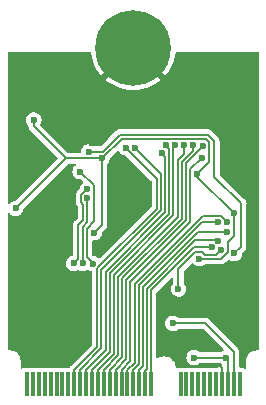
<source format=gbl>
%TF.GenerationSoftware,KiCad,Pcbnew,6.0.11-3.fc37*%
%TF.CreationDate,2023-03-28T23:52:52+01:00*%
%TF.ProjectId,STMF411,53544d46-3431-4312-9e6b-696361645f70,1*%
%TF.SameCoordinates,Original*%
%TF.FileFunction,Copper,L2,Bot*%
%TF.FilePolarity,Positive*%
%FSLAX46Y46*%
G04 Gerber Fmt 4.6, Leading zero omitted, Abs format (unit mm)*
G04 Created by KiCad (PCBNEW 6.0.11-3.fc37) date 2023-03-28 23:52:52*
%MOMM*%
%LPD*%
G01*
G04 APERTURE LIST*
%TA.AperFunction,SMDPad,CuDef*%
%ADD10R,0.350000X2.000000*%
%TD*%
%TA.AperFunction,ComponentPad*%
%ADD11C,0.800000*%
%TD*%
%TA.AperFunction,ComponentPad*%
%ADD12C,6.400000*%
%TD*%
%TA.AperFunction,ViaPad*%
%ADD13C,0.600000*%
%TD*%
%TA.AperFunction,ViaPad*%
%ADD14C,0.800000*%
%TD*%
%TA.AperFunction,Conductor*%
%ADD15C,0.200000*%
%TD*%
G04 APERTURE END LIST*
D10*
%TO.P,M1,2,RESET1*%
%TO.N,BOOT0*%
X37350000Y-47525000D03*
%TO.P,M1,4,RESET2*%
%TO.N,+3V3*%
X36850000Y-47525000D03*
%TO.P,M1,6,VIN*%
%TO.N,+5V*%
X36350000Y-47525000D03*
%TO.P,M1,8,GND*%
%TO.N,GND*%
X35850000Y-47525000D03*
%TO.P,M1,10,VOUT*%
%TO.N,+5V*%
X35350000Y-47525000D03*
%TO.P,M1,12,NC*%
%TO.N,unconnected-(M1-Pad12)*%
X34850000Y-47525000D03*
%TO.P,M1,14,D+*%
%TO.N,USB-D+*%
X34350000Y-47525000D03*
%TO.P,M1,16,D-*%
%TO.N,USB-D-*%
X33850000Y-47525000D03*
%TO.P,M1,18,DEBUG1*%
%TO.N,unconnected-(M1-Pad18)*%
X33350000Y-47525000D03*
%TO.P,M1,20,DEBUG2*%
%TO.N,unconnected-(M1-Pad20)*%
X32850000Y-47525000D03*
%TO.P,M1,22,DEBUG3*%
%TO.N,unconnected-(M1-Pad22)*%
X32350000Y-47525000D03*
%TO.P,M1,32,P0*%
%TO.N,PB12*%
X29850000Y-47525000D03*
%TO.P,M1,34,P1*%
%TO.N,PB13*%
X29350000Y-47525000D03*
%TO.P,M1,36,P2*%
%TO.N,PB14*%
X28850000Y-47525000D03*
%TO.P,M1,38,P3*%
%TO.N,PA8*%
X28350000Y-47525000D03*
%TO.P,M1,40,P4*%
%TO.N,PB15*%
X27850000Y-47525000D03*
%TO.P,M1,42,P5*%
%TO.N,PA14*%
X27350000Y-47525000D03*
%TO.P,M1,44,P6*%
%TO.N,PA15*%
X26850000Y-47525000D03*
%TO.P,M1,46,P7*%
%TO.N,PB3*%
X26350000Y-47525000D03*
%TO.P,M1,48,P8*%
%TO.N,PB4*%
X25850000Y-47525000D03*
%TO.P,M1,50,P9*%
%TO.N,PB5*%
X25350000Y-47525000D03*
%TO.P,M1,52,P10*%
%TO.N,PB6*%
X24850000Y-47525000D03*
%TO.P,M1,54,P11*%
%TO.N,PB7*%
X24350000Y-47525000D03*
%TO.P,M1,56,P12*%
%TO.N,PB8*%
X23850000Y-47525000D03*
%TO.P,M1,58,P13*%
%TO.N,PB9*%
X23350000Y-47525000D03*
%TO.P,M1,60,NC*%
%TO.N,unconnected-(M1-Pad60)*%
X22850000Y-47525000D03*
%TO.P,M1,62,NC*%
%TO.N,unconnected-(M1-Pad62)*%
X22350000Y-47525000D03*
%TO.P,M1,64,NC*%
%TO.N,unconnected-(M1-Pad64)*%
X21850000Y-47525000D03*
%TO.P,M1,66,NC*%
%TO.N,unconnected-(M1-Pad66)*%
X21350000Y-47525000D03*
%TO.P,M1,68,NC*%
%TO.N,unconnected-(M1-Pad68)*%
X20850000Y-47525000D03*
%TO.P,M1,70,NC*%
%TO.N,unconnected-(M1-Pad70)*%
X20350000Y-47525000D03*
%TO.P,M1,72,NC*%
%TO.N,unconnected-(M1-Pad72)*%
X19850000Y-47525000D03*
%TO.P,M1,74,NC*%
%TO.N,unconnected-(M1-Pad74)*%
X19350000Y-47525000D03*
%TD*%
D11*
%TO.P,H1,1,1*%
%TO.N,GND*%
X28350000Y-21475000D03*
X28350000Y-16675000D03*
X26652944Y-20772056D03*
X26652944Y-17377944D03*
D12*
X28350000Y-19075000D03*
D11*
X30047056Y-20772056D03*
X30750000Y-19075000D03*
X30047056Y-17377944D03*
X25950000Y-19075000D03*
%TD*%
D13*
%TO.N,GND*%
X18125000Y-19875000D03*
X18100000Y-44250000D03*
X37950000Y-40325000D03*
X33000000Y-41025000D03*
X18050000Y-33650000D03*
X38625000Y-29200000D03*
X36250000Y-38525000D03*
X38550000Y-44200000D03*
X33950000Y-43275000D03*
X21650000Y-36400000D03*
X24810000Y-27129500D03*
X30625000Y-40125000D03*
X19575000Y-27100000D03*
X38450000Y-19925000D03*
D14*
X28150000Y-31350000D03*
D13*
X26625000Y-29525000D03*
X30650000Y-44425000D03*
X20900000Y-32025000D03*
X37825000Y-31225000D03*
%TO.N,/vcap*%
X35781444Y-36191444D03*
X24580000Y-27900499D03*
X32174500Y-39525000D03*
X36900500Y-36510000D03*
%TO.N,+5V*%
X33500000Y-45325000D03*
X36225000Y-45350000D03*
%TO.N,+3V3*%
X33770000Y-29785000D03*
X36849999Y-33100000D03*
X25700000Y-28449999D03*
X33950000Y-36950000D03*
X25050000Y-34750000D03*
X18375000Y-32700000D03*
X19925000Y-25225000D03*
X31700000Y-42425000D03*
%TO.N,PC13*%
X24916374Y-37366374D03*
X23850000Y-29575000D03*
%TO.N,PC14*%
X23300000Y-37350000D03*
X24464049Y-31062950D03*
%TO.N,PC15*%
X24100000Y-37350000D03*
X24464038Y-31812452D03*
%TO.N,PB12*%
X34983836Y-35962783D03*
%TO.N,PB13*%
X35530000Y-35449500D03*
%TO.N,PB14*%
X36250226Y-34692829D03*
%TO.N,PB15*%
X36300499Y-33865444D03*
%TO.N,PA8*%
X35489416Y-33850500D03*
%TO.N,PA15*%
X34250000Y-27450000D03*
%TO.N,PB3*%
X33398245Y-27350000D03*
%TO.N,PB4*%
X32648742Y-27350000D03*
%TO.N,PB5*%
X31899144Y-27350000D03*
%TO.N,PB6*%
X31125000Y-27350000D03*
%TO.N,PB7*%
X30740000Y-28020000D03*
%TO.N,PB8*%
X28500000Y-27550000D03*
%TO.N,PB9*%
X27700000Y-27550000D03*
%TO.N,PA14*%
X34147748Y-28400000D03*
%TD*%
D15*
%TO.N,GND*%
X35650000Y-46025000D02*
X33050000Y-46025000D01*
X35850000Y-46225000D02*
X35650000Y-46025000D01*
X33050000Y-46025000D02*
X32975000Y-45950000D01*
X35850000Y-47525000D02*
X35850000Y-46225000D01*
%TO.N,/vcap*%
X32174500Y-39525000D02*
X32174500Y-37805501D01*
X37480000Y-35930500D02*
X37480000Y-32277874D01*
X34645264Y-26450969D02*
X27204733Y-26450970D01*
X36900500Y-36510000D02*
X37480000Y-35930500D01*
X35372408Y-36600480D02*
X35781444Y-36191444D01*
X35200000Y-29997874D02*
X35200000Y-27005705D01*
X35200000Y-27005705D02*
X34645264Y-26450969D01*
X32174500Y-37805501D02*
X33579512Y-36400489D01*
X25755204Y-27900499D02*
X24580000Y-27900499D01*
X33579512Y-36400489D02*
X34177616Y-36400489D01*
X34177616Y-36400489D02*
X34377607Y-36600480D01*
X27204733Y-26450970D02*
X25755204Y-27900499D01*
X34377607Y-36600480D02*
X35372408Y-36600480D01*
X37480000Y-32277874D02*
X35200000Y-29997874D01*
%TO.N,+5V*%
X36200000Y-45325000D02*
X33500000Y-45325000D01*
X36225000Y-45350000D02*
X36350000Y-45475000D01*
X36350000Y-45475000D02*
X36350000Y-47525000D01*
X36225000Y-45350000D02*
X36200000Y-45325000D01*
%TO.N,+3V3*%
X22625001Y-28449999D02*
X25700000Y-28449999D01*
X33770000Y-30020001D02*
X36849999Y-33100000D01*
X36849999Y-35010001D02*
X36330955Y-35529045D01*
X34500489Y-26800489D02*
X27349510Y-26800489D01*
X36330955Y-35529045D02*
X36330955Y-36419060D01*
X18375000Y-32700000D02*
X22625001Y-28449999D01*
X36850000Y-44825000D02*
X36850000Y-47525000D01*
X19925000Y-25749998D02*
X22625001Y-28449999D01*
X34800000Y-27100000D02*
X34500489Y-26800489D01*
X36330955Y-36419060D02*
X35800016Y-36949999D01*
X36640000Y-44615000D02*
X36850000Y-44825000D01*
X27349510Y-26800489D02*
X25700000Y-28449999D01*
X33770000Y-29785000D02*
X33770000Y-30020001D01*
X19925000Y-25225000D02*
X19925000Y-25749998D01*
X36849999Y-33100000D02*
X36849999Y-35010001D01*
X33770000Y-29785000D02*
X34800000Y-28755000D01*
X25700000Y-34100000D02*
X25050000Y-34750000D01*
X36640000Y-44615000D02*
X34450000Y-42425000D01*
X25700000Y-28449999D02*
X25700000Y-34100000D01*
X34450000Y-42425000D02*
X31700000Y-42425000D01*
X34800000Y-28755000D02*
X34800000Y-27100000D01*
X35800016Y-36949999D02*
X33950000Y-36950000D01*
%TO.N,PC13*%
X24912858Y-37322175D02*
X24912858Y-37353765D01*
X25013549Y-30738549D02*
X25013549Y-33786451D01*
X24400000Y-36809317D02*
X24912858Y-37322175D01*
X25013549Y-33786451D02*
X24400000Y-34400000D01*
X24400000Y-34400000D02*
X24400000Y-36809317D01*
X23850000Y-29575000D02*
X25013549Y-30738549D01*
%TO.N,PC14*%
X23700962Y-36949038D02*
X23300000Y-37350000D01*
X24114518Y-32375000D02*
X24114518Y-33696890D01*
X23914527Y-31584836D02*
X23914527Y-32175009D01*
X23914527Y-32175009D02*
X24114518Y-32375000D01*
X24436413Y-31062950D02*
X23914527Y-31584836D01*
X24114518Y-33696890D02*
X23700962Y-34110446D01*
X24464049Y-31062950D02*
X24436413Y-31062950D01*
X23700962Y-34110446D02*
X23700962Y-36949038D01*
%TO.N,PC15*%
X24050480Y-34255224D02*
X24464038Y-33841666D01*
X24050480Y-37223368D02*
X24050480Y-34255224D01*
X24163556Y-37336444D02*
X24050480Y-37223368D01*
X24464038Y-33841666D02*
X24464038Y-31812452D01*
%TO.N,PB12*%
X33522922Y-35962783D02*
X29850000Y-39635705D01*
X29850000Y-39635705D02*
X29850000Y-47525000D01*
X34983836Y-35962783D02*
X33522922Y-35962783D01*
%TO.N,PB13*%
X29350000Y-46425969D02*
X29350000Y-47525000D01*
X35493772Y-35413272D02*
X33578137Y-35413272D01*
X29500480Y-39490929D02*
X29500480Y-46275489D01*
X33578137Y-35413272D02*
X29500480Y-39490929D01*
X29500480Y-46275489D02*
X29350000Y-46425969D01*
X35530000Y-35449500D02*
X35493772Y-35413272D01*
%TO.N,PB14*%
X29150960Y-46050018D02*
X28850000Y-46350978D01*
X36250226Y-34692829D02*
X33804284Y-34692829D01*
X29150960Y-39346154D02*
X29150960Y-46050018D01*
X28850000Y-46350978D02*
X28850000Y-47525000D01*
X33804284Y-34692829D02*
X29150960Y-39346154D01*
%TO.N,PB15*%
X34207533Y-33300989D02*
X35736044Y-33300989D01*
X27850000Y-46362387D02*
X28451920Y-45760467D01*
X27850000Y-47525000D02*
X27850000Y-46362387D01*
X28451920Y-45760467D02*
X28451921Y-39056601D01*
X35736044Y-33300989D02*
X36300499Y-33865444D01*
X28451921Y-39056601D02*
X34207533Y-33300989D01*
%TO.N,PA8*%
X28350000Y-47525000D02*
X28350000Y-46356683D01*
X28801440Y-39201378D02*
X34152318Y-33850500D01*
X28350000Y-46356683D02*
X28801440Y-45905243D01*
X28801440Y-45905243D02*
X28801440Y-39201378D01*
X34152318Y-33850500D02*
X35489416Y-33850500D01*
%TO.N,PA15*%
X27752881Y-38767051D02*
X27752881Y-45448097D01*
X32800480Y-28888697D02*
X32800481Y-33719450D01*
X26850000Y-46350978D02*
X26850000Y-47525000D01*
X34250000Y-27450000D02*
X34239177Y-27450000D01*
X27752881Y-45448097D02*
X26850000Y-46350978D01*
X34239177Y-27450000D02*
X32800480Y-28888697D01*
X32800481Y-33719450D02*
X27752881Y-38767051D01*
%TO.N,PB3*%
X27403361Y-38622276D02*
X27403361Y-45297617D01*
X27403361Y-45297617D02*
X26350000Y-46350978D01*
X32450961Y-33574674D02*
X27403361Y-38622276D01*
X33398245Y-27796636D02*
X32450961Y-28743920D01*
X32450961Y-28743920D02*
X32450961Y-33574674D01*
X26350000Y-46350978D02*
X26350000Y-47525000D01*
X33398245Y-27350000D02*
X33398245Y-27796636D01*
%TO.N,PB4*%
X27053841Y-45147137D02*
X25850000Y-46350978D01*
X32648742Y-28051843D02*
X32101441Y-28599145D01*
X32101442Y-33429897D02*
X27053841Y-38477501D01*
X32648742Y-27350000D02*
X32648742Y-28051843D01*
X32101441Y-28599145D02*
X32101442Y-33429897D01*
X27053841Y-38477501D02*
X27053841Y-45147137D01*
X25850000Y-46350978D02*
X25850000Y-47525000D01*
%TO.N,PB5*%
X26704321Y-44996657D02*
X25350000Y-46350978D01*
X26704321Y-38332726D02*
X26704321Y-44996657D01*
X31899144Y-27350000D02*
X31751921Y-27497223D01*
X31751922Y-33285121D02*
X26704321Y-38332726D01*
X25350000Y-46350978D02*
X25350000Y-47525000D01*
X31751921Y-27497223D02*
X31751922Y-33285121D01*
%TO.N,PB6*%
X26354801Y-44846177D02*
X24850000Y-46350978D01*
X31402401Y-33140346D02*
X26354801Y-38187946D01*
X31402401Y-27627401D02*
X31402401Y-33140346D01*
X26354801Y-38187946D02*
X26354801Y-44846177D01*
X31125000Y-27350000D02*
X31402401Y-27627401D01*
X24850000Y-46350978D02*
X24850000Y-47525000D01*
%TO.N,PB7*%
X31052881Y-32995570D02*
X26005281Y-38043171D01*
X31052881Y-28332881D02*
X31052881Y-32995570D01*
X26005281Y-38043171D02*
X26005281Y-44695697D01*
X24350000Y-46350978D02*
X24350000Y-47525000D01*
X30740000Y-28020000D02*
X31052881Y-28332881D01*
X26005281Y-44695697D02*
X24350000Y-46350978D01*
%TO.N,PB8*%
X23850000Y-47525000D02*
X23850000Y-46356682D01*
X30703361Y-29753361D02*
X28500000Y-27550000D01*
X25655761Y-37898394D02*
X30703361Y-32850794D01*
X25655761Y-44550921D02*
X25655761Y-37898394D01*
X23850000Y-46356682D02*
X25655761Y-44550921D01*
X30703361Y-32850794D02*
X30703361Y-29753361D01*
%TO.N,PB9*%
X25306241Y-37753619D02*
X25306241Y-44394737D01*
X25306241Y-44394737D02*
X23350000Y-46350978D01*
X27700000Y-27550000D02*
X30353841Y-30203841D01*
X30353841Y-30203841D02*
X30353841Y-32706018D01*
X30353841Y-32706018D02*
X25306241Y-37753619D01*
X23350000Y-46350978D02*
X23350000Y-47525000D01*
%TO.N,PA14*%
X34147748Y-28400000D02*
X33150000Y-29397748D01*
X27350000Y-46350978D02*
X27350000Y-47525000D01*
X33150000Y-29397748D02*
X33150000Y-33864227D01*
X33150000Y-33864227D02*
X28102401Y-38911826D01*
X28102401Y-38911826D02*
X28102401Y-45598577D01*
X28102401Y-45598577D02*
X27350000Y-46350978D01*
%TD*%
%TA.AperFunction,Conductor*%
%TO.N,GND*%
G36*
X23427711Y-28919406D02*
G01*
X23463675Y-28968906D01*
X23463675Y-29030092D01*
X23434600Y-29074101D01*
X23363034Y-29136533D01*
X23272501Y-29265348D01*
X23215309Y-29412039D01*
X23214531Y-29417950D01*
X23214530Y-29417953D01*
X23213653Y-29424616D01*
X23194758Y-29568138D01*
X23195413Y-29574071D01*
X23195413Y-29574075D01*
X23197447Y-29592494D01*
X23212035Y-29724633D01*
X23224404Y-29758434D01*
X23240030Y-29801132D01*
X23266143Y-29872490D01*
X23269472Y-29877444D01*
X23350629Y-29998219D01*
X23350632Y-29998223D01*
X23353958Y-30003172D01*
X23358369Y-30007186D01*
X23358371Y-30007188D01*
X23429410Y-30071828D01*
X23470410Y-30109135D01*
X23512220Y-30131836D01*
X23603530Y-30181414D01*
X23603532Y-30181415D01*
X23608776Y-30184262D01*
X23688534Y-30205186D01*
X23755300Y-30222702D01*
X23755304Y-30222702D01*
X23761069Y-30224215D01*
X23767031Y-30224309D01*
X23767033Y-30224309D01*
X23823630Y-30225198D01*
X23881517Y-30245017D01*
X23892079Y-30254182D01*
X24054518Y-30416621D01*
X24082295Y-30471138D01*
X24072724Y-30531570D01*
X24049595Y-30561226D01*
X23977083Y-30624483D01*
X23886550Y-30753298D01*
X23829358Y-30899989D01*
X23828580Y-30905900D01*
X23828579Y-30905903D01*
X23813594Y-31019733D01*
X23785445Y-31076815D01*
X23619043Y-31243217D01*
X23610331Y-31250958D01*
X23582417Y-31272964D01*
X23578210Y-31279051D01*
X23548819Y-31321577D01*
X23547015Y-31324100D01*
X23511893Y-31371652D01*
X23509500Y-31378468D01*
X23505396Y-31384405D01*
X23503163Y-31391464D01*
X23503163Y-31391465D01*
X23487576Y-31440751D01*
X23486609Y-31443650D01*
X23467008Y-31499467D01*
X23466771Y-31505509D01*
X23466250Y-31508183D01*
X23464547Y-31513566D01*
X23464027Y-31520173D01*
X23464027Y-31573377D01*
X23463951Y-31577264D01*
X23461689Y-31634830D01*
X23463486Y-31641608D01*
X23464027Y-31651433D01*
X23464027Y-32142382D01*
X23463341Y-32154018D01*
X23459163Y-32189319D01*
X23460492Y-32196595D01*
X23460492Y-32196598D01*
X23469775Y-32247423D01*
X23470285Y-32250485D01*
X23479078Y-32308971D01*
X23482206Y-32315484D01*
X23483502Y-32322582D01*
X23486913Y-32329148D01*
X23510725Y-32374989D01*
X23512115Y-32377771D01*
X23534514Y-32424417D01*
X23534516Y-32424420D01*
X23537718Y-32431088D01*
X23541824Y-32435530D01*
X23543347Y-32437790D01*
X23545948Y-32442797D01*
X23550252Y-32447837D01*
X23587884Y-32485469D01*
X23590578Y-32488272D01*
X23628364Y-32529149D01*
X23629673Y-32530565D01*
X23629437Y-32530783D01*
X23660510Y-32578089D01*
X23664018Y-32604210D01*
X23664018Y-33469279D01*
X23645111Y-33527470D01*
X23635022Y-33539282D01*
X23405478Y-33768827D01*
X23396765Y-33776569D01*
X23368852Y-33798574D01*
X23335254Y-33847187D01*
X23333450Y-33849710D01*
X23298328Y-33897262D01*
X23295935Y-33904078D01*
X23291831Y-33910015D01*
X23289598Y-33917074D01*
X23289598Y-33917075D01*
X23274011Y-33966361D01*
X23273044Y-33969260D01*
X23253443Y-34025077D01*
X23253206Y-34031119D01*
X23252685Y-34033793D01*
X23250982Y-34039176D01*
X23250462Y-34045783D01*
X23250462Y-34098987D01*
X23250386Y-34102874D01*
X23248124Y-34160440D01*
X23249921Y-34167218D01*
X23250462Y-34177043D01*
X23250462Y-36614831D01*
X23231555Y-36673022D01*
X23182055Y-36708986D01*
X23174584Y-36711093D01*
X23117035Y-36724909D01*
X23077389Y-36734427D01*
X23077387Y-36734428D01*
X23071588Y-36735820D01*
X23029756Y-36757411D01*
X22936985Y-36805293D01*
X22936983Y-36805295D01*
X22931679Y-36808032D01*
X22813034Y-36911533D01*
X22722501Y-37040348D01*
X22720334Y-37045906D01*
X22715434Y-37058474D01*
X22665309Y-37187039D01*
X22644758Y-37343138D01*
X22645413Y-37349071D01*
X22645413Y-37349075D01*
X22653709Y-37424220D01*
X22662035Y-37499633D01*
X22664087Y-37505240D01*
X22687007Y-37567871D01*
X22716143Y-37647490D01*
X22719472Y-37652444D01*
X22800629Y-37773219D01*
X22800632Y-37773223D01*
X22803958Y-37778172D01*
X22808369Y-37782186D01*
X22808371Y-37782188D01*
X22899042Y-37864692D01*
X22920410Y-37884135D01*
X22989593Y-37921698D01*
X23053530Y-37956414D01*
X23053532Y-37956415D01*
X23058776Y-37959262D01*
X23126962Y-37977150D01*
X23205300Y-37997702D01*
X23205304Y-37997702D01*
X23211069Y-37999215D01*
X23217030Y-37999309D01*
X23217033Y-37999309D01*
X23289782Y-38000451D01*
X23368495Y-38001688D01*
X23475634Y-37977150D01*
X23516149Y-37967871D01*
X23516151Y-37967870D01*
X23521968Y-37966538D01*
X23533425Y-37960776D01*
X23657533Y-37898356D01*
X23718015Y-37889101D01*
X23749255Y-37899797D01*
X23853530Y-37956414D01*
X23853532Y-37956415D01*
X23858776Y-37959262D01*
X23926962Y-37977150D01*
X24005300Y-37997702D01*
X24005304Y-37997702D01*
X24011069Y-37999215D01*
X24017030Y-37999309D01*
X24017033Y-37999309D01*
X24089782Y-38000451D01*
X24168495Y-38001688D01*
X24275634Y-37977150D01*
X24316149Y-37967871D01*
X24316151Y-37967870D01*
X24321968Y-37966538D01*
X24333425Y-37960776D01*
X24359569Y-37947627D01*
X24450380Y-37901954D01*
X24510859Y-37892699D01*
X24542098Y-37903394D01*
X24606625Y-37938430D01*
X24669904Y-37972788D01*
X24669906Y-37972789D01*
X24675150Y-37975636D01*
X24781864Y-38003632D01*
X24833351Y-38036686D01*
X24855741Y-38099391D01*
X24855741Y-44167125D01*
X24836834Y-44225316D01*
X24826745Y-44237129D01*
X23054514Y-46009360D01*
X23045802Y-46017101D01*
X23017890Y-46039106D01*
X23013683Y-46045193D01*
X22984292Y-46087719D01*
X22982482Y-46090251D01*
X22949932Y-46134319D01*
X22900151Y-46169892D01*
X22870300Y-46174500D01*
X22641782Y-46174500D01*
X22638199Y-46175028D01*
X22638192Y-46175028D01*
X22622125Y-46177394D01*
X22614542Y-46178510D01*
X22585835Y-46178529D01*
X22558218Y-46174500D01*
X22141782Y-46174500D01*
X22138199Y-46175028D01*
X22138192Y-46175028D01*
X22122125Y-46177394D01*
X22114542Y-46178510D01*
X22085835Y-46178529D01*
X22058218Y-46174500D01*
X21641782Y-46174500D01*
X21638199Y-46175028D01*
X21638192Y-46175028D01*
X21622125Y-46177394D01*
X21614542Y-46178510D01*
X21585835Y-46178529D01*
X21558218Y-46174500D01*
X21141782Y-46174500D01*
X21138199Y-46175028D01*
X21138192Y-46175028D01*
X21122125Y-46177394D01*
X21114542Y-46178510D01*
X21085835Y-46178529D01*
X21058218Y-46174500D01*
X20641782Y-46174500D01*
X20638199Y-46175028D01*
X20638192Y-46175028D01*
X20622125Y-46177394D01*
X20614542Y-46178510D01*
X20585835Y-46178529D01*
X20558218Y-46174500D01*
X20141782Y-46174500D01*
X20138199Y-46175028D01*
X20138192Y-46175028D01*
X20122125Y-46177394D01*
X20114542Y-46178510D01*
X20085835Y-46178529D01*
X20058218Y-46174500D01*
X19641782Y-46174500D01*
X19638199Y-46175028D01*
X19638192Y-46175028D01*
X19622125Y-46177394D01*
X19614542Y-46178510D01*
X19585835Y-46178529D01*
X19558218Y-46174500D01*
X19141782Y-46174500D01*
X19138199Y-46175028D01*
X19138192Y-46175028D01*
X19080501Y-46183521D01*
X19080499Y-46183522D01*
X19072888Y-46184642D01*
X19065982Y-46188033D01*
X19065981Y-46188033D01*
X19048086Y-46196819D01*
X18968145Y-46236068D01*
X18962364Y-46241859D01*
X18957130Y-46245606D01*
X18898808Y-46264107D01*
X18840751Y-46244793D01*
X18805134Y-46195043D01*
X18800500Y-46165109D01*
X18800500Y-45610375D01*
X18801719Y-45594888D01*
X18803650Y-45582698D01*
X18803650Y-45582696D01*
X18804869Y-45575000D01*
X18804197Y-45570759D01*
X18792863Y-45455682D01*
X18788671Y-45413115D01*
X18788671Y-45413114D01*
X18788194Y-45408273D01*
X18782852Y-45390662D01*
X18740974Y-45252610D01*
X18740973Y-45252607D01*
X18739561Y-45247953D01*
X18660586Y-45100201D01*
X18627244Y-45059573D01*
X18557393Y-44974460D01*
X18554304Y-44970696D01*
X18451751Y-44886533D01*
X18428556Y-44867497D01*
X18428554Y-44867496D01*
X18424799Y-44864414D01*
X18326657Y-44811956D01*
X18281339Y-44787733D01*
X18281338Y-44787733D01*
X18277047Y-44785439D01*
X18272393Y-44784027D01*
X18272390Y-44784026D01*
X18121383Y-44738218D01*
X18121379Y-44738217D01*
X18116727Y-44736806D01*
X18022352Y-44727511D01*
X18015231Y-44726398D01*
X18011094Y-44724945D01*
X18005956Y-44724500D01*
X17996639Y-44724500D01*
X17986937Y-44724023D01*
X17977502Y-44723094D01*
X17954241Y-44720803D01*
X17950000Y-44720131D01*
X17942304Y-44721350D01*
X17942302Y-44721350D01*
X17930112Y-44723281D01*
X17914625Y-44724500D01*
X17799500Y-44724500D01*
X17741309Y-44705593D01*
X17705345Y-44656093D01*
X17700500Y-44625500D01*
X17700500Y-33186532D01*
X17719407Y-33128341D01*
X17768907Y-33092377D01*
X17830093Y-33092377D01*
X17874443Y-33121844D01*
X17875629Y-33123219D01*
X17878958Y-33128172D01*
X17883369Y-33132186D01*
X17883371Y-33132188D01*
X17990995Y-33230118D01*
X17995410Y-33234135D01*
X18016885Y-33245795D01*
X18128530Y-33306414D01*
X18128532Y-33306415D01*
X18133776Y-33309262D01*
X18213534Y-33330186D01*
X18280300Y-33347702D01*
X18280304Y-33347702D01*
X18286069Y-33349215D01*
X18292030Y-33349309D01*
X18292033Y-33349309D01*
X18364782Y-33350451D01*
X18443495Y-33351688D01*
X18460899Y-33347702D01*
X18591149Y-33317871D01*
X18591151Y-33317870D01*
X18596968Y-33316538D01*
X18602299Y-33313857D01*
X18732299Y-33248474D01*
X18732301Y-33248473D01*
X18737625Y-33245795D01*
X18751277Y-33234135D01*
X18852810Y-33147418D01*
X18852811Y-33147417D01*
X18857348Y-33143542D01*
X18937564Y-33031910D01*
X18945740Y-33020532D01*
X18945741Y-33020530D01*
X18949224Y-33015683D01*
X18981900Y-32934401D01*
X19005726Y-32875131D01*
X19005727Y-32875129D01*
X19007950Y-32869598D01*
X19009812Y-32856520D01*
X19029679Y-32716921D01*
X19029679Y-32716919D01*
X19030134Y-32713723D01*
X19030697Y-32713803D01*
X19053015Y-32659547D01*
X19058448Y-32653655D01*
X22782608Y-28929495D01*
X22837125Y-28901718D01*
X22852612Y-28900499D01*
X23369520Y-28900499D01*
X23427711Y-28919406D01*
G37*
%TD.AperFunction*%
%TA.AperFunction,Conductor*%
G36*
X24734277Y-19444407D02*
G01*
X24770241Y-19493907D01*
X24773867Y-19509013D01*
X24823430Y-19821939D01*
X24824509Y-19827018D01*
X24920827Y-20186484D01*
X24922430Y-20191416D01*
X25055795Y-20538843D01*
X25057895Y-20543561D01*
X25226854Y-20875162D01*
X25229444Y-20879648D01*
X25432128Y-21191754D01*
X25435169Y-21195940D01*
X25622329Y-21427065D01*
X25633516Y-21434329D01*
X25636003Y-21434199D01*
X25639554Y-21431893D01*
X27616951Y-19454496D01*
X27671468Y-19426719D01*
X27686955Y-19425500D01*
X28114045Y-19425500D01*
X28172236Y-19444407D01*
X28208200Y-19493907D01*
X28208200Y-19555093D01*
X28184049Y-19594504D01*
X25996836Y-21781717D01*
X25990782Y-21793600D01*
X25991171Y-21796061D01*
X25993835Y-21799350D01*
X26229060Y-21989831D01*
X26233246Y-21992872D01*
X26545352Y-22195556D01*
X26549838Y-22198146D01*
X26881439Y-22367105D01*
X26886157Y-22369205D01*
X27233584Y-22502570D01*
X27238516Y-22504173D01*
X27597982Y-22600491D01*
X27603061Y-22601570D01*
X27970615Y-22659786D01*
X27975777Y-22660328D01*
X28347405Y-22679804D01*
X28352595Y-22679804D01*
X28724223Y-22660328D01*
X28729385Y-22659786D01*
X29096939Y-22601570D01*
X29102018Y-22600491D01*
X29461484Y-22504173D01*
X29466416Y-22502570D01*
X29813843Y-22369205D01*
X29818561Y-22367105D01*
X30150162Y-22198146D01*
X30154648Y-22195556D01*
X30466754Y-21992872D01*
X30470940Y-21989831D01*
X30702065Y-21802671D01*
X30709329Y-21791484D01*
X30709199Y-21788997D01*
X30706893Y-21785446D01*
X28515951Y-19594504D01*
X28488174Y-19539987D01*
X28497745Y-19479555D01*
X28541010Y-19436290D01*
X28585955Y-19425500D01*
X29013045Y-19425500D01*
X29071236Y-19444407D01*
X29083049Y-19454496D01*
X31056717Y-21428164D01*
X31068600Y-21434218D01*
X31071061Y-21433829D01*
X31074350Y-21431165D01*
X31264831Y-21195940D01*
X31267872Y-21191754D01*
X31470556Y-20879648D01*
X31473146Y-20875162D01*
X31642105Y-20543561D01*
X31644205Y-20538843D01*
X31777570Y-20191416D01*
X31779173Y-20186484D01*
X31875491Y-19827018D01*
X31876570Y-19821939D01*
X31926133Y-19509013D01*
X31953911Y-19454496D01*
X32008427Y-19426719D01*
X32023914Y-19425500D01*
X38900500Y-19425500D01*
X38958691Y-19444407D01*
X38994655Y-19493907D01*
X38999500Y-19524500D01*
X38999500Y-44625500D01*
X38980593Y-44683691D01*
X38931093Y-44719655D01*
X38900500Y-44724500D01*
X38785375Y-44724500D01*
X38769888Y-44723281D01*
X38757698Y-44721350D01*
X38757696Y-44721350D01*
X38750000Y-44720131D01*
X38745759Y-44720803D01*
X38630682Y-44732137D01*
X38588115Y-44736329D01*
X38588114Y-44736329D01*
X38583273Y-44736806D01*
X38578619Y-44738218D01*
X38578618Y-44738218D01*
X38427610Y-44784026D01*
X38427607Y-44784027D01*
X38422953Y-44785439D01*
X38418662Y-44787733D01*
X38418661Y-44787733D01*
X38373343Y-44811956D01*
X38275201Y-44864414D01*
X38271446Y-44867496D01*
X38271444Y-44867497D01*
X38248249Y-44886533D01*
X38145696Y-44970696D01*
X38142607Y-44974460D01*
X38072757Y-45059573D01*
X38039414Y-45100201D01*
X37960439Y-45247953D01*
X37959027Y-45252607D01*
X37959026Y-45252610D01*
X37913964Y-45401160D01*
X37911806Y-45408273D01*
X37911329Y-45413115D01*
X37911329Y-45413116D01*
X37902511Y-45502647D01*
X37901398Y-45509769D01*
X37899945Y-45513906D01*
X37899500Y-45519044D01*
X37899500Y-45528361D01*
X37899023Y-45538063D01*
X37895803Y-45570759D01*
X37895131Y-45575000D01*
X37896350Y-45582696D01*
X37896350Y-45582698D01*
X37898281Y-45594888D01*
X37899500Y-45610375D01*
X37899500Y-46165077D01*
X37880593Y-46223268D01*
X37831093Y-46259232D01*
X37769907Y-46259232D01*
X37743011Y-46245675D01*
X37737141Y-46241488D01*
X37731350Y-46235707D01*
X37723999Y-46232114D01*
X37723998Y-46232113D01*
X37677583Y-46209425D01*
X37626518Y-46184464D01*
X37618916Y-46183355D01*
X37618913Y-46183354D01*
X37561763Y-46175017D01*
X37561761Y-46175017D01*
X37558218Y-46174500D01*
X37399500Y-46174500D01*
X37341309Y-46155593D01*
X37305345Y-46106093D01*
X37300500Y-46075500D01*
X37300500Y-44857627D01*
X37301186Y-44845991D01*
X37304494Y-44818038D01*
X37305364Y-44810690D01*
X37294749Y-44752567D01*
X37294240Y-44749510D01*
X37286549Y-44698353D01*
X37286549Y-44698352D01*
X37285449Y-44691038D01*
X37282323Y-44684528D01*
X37281026Y-44677427D01*
X37253796Y-44625005D01*
X37252408Y-44622227D01*
X37230017Y-44575600D01*
X37230015Y-44575596D01*
X37226809Y-44568921D01*
X37222706Y-44564483D01*
X37221181Y-44562220D01*
X37218580Y-44557212D01*
X37214275Y-44552172D01*
X37176643Y-44514540D01*
X37173949Y-44511737D01*
X37139876Y-44474876D01*
X37139873Y-44474874D01*
X37134854Y-44469444D01*
X37128790Y-44465922D01*
X37121465Y-44459362D01*
X34791619Y-42129516D01*
X34783877Y-42120803D01*
X34766453Y-42098701D01*
X34761872Y-42092890D01*
X34713251Y-42059286D01*
X34710728Y-42057483D01*
X34669139Y-42026764D01*
X34669137Y-42026763D01*
X34663184Y-42022366D01*
X34656368Y-42019973D01*
X34650431Y-42015869D01*
X34643372Y-42013636D01*
X34643371Y-42013636D01*
X34623027Y-42007202D01*
X34594071Y-41998044D01*
X34591186Y-41997082D01*
X34535369Y-41977481D01*
X34529327Y-41977244D01*
X34526653Y-41976723D01*
X34521270Y-41975020D01*
X34514663Y-41974500D01*
X34461459Y-41974500D01*
X34457572Y-41974424D01*
X34407397Y-41972452D01*
X34407394Y-41972452D01*
X34400006Y-41972162D01*
X34393228Y-41973959D01*
X34383403Y-41974500D01*
X32209980Y-41974500D01*
X32151789Y-41955593D01*
X32144122Y-41949417D01*
X32119777Y-41927726D01*
X32073976Y-41886919D01*
X32061462Y-41880293D01*
X31940105Y-41816037D01*
X31940102Y-41816036D01*
X31934831Y-41813245D01*
X31858479Y-41794067D01*
X31787918Y-41776343D01*
X31787915Y-41776343D01*
X31782128Y-41774889D01*
X31702564Y-41774473D01*
X31630650Y-41774096D01*
X31630648Y-41774096D01*
X31624684Y-41774065D01*
X31471588Y-41810820D01*
X31399035Y-41848267D01*
X31336985Y-41880293D01*
X31336983Y-41880295D01*
X31331679Y-41883032D01*
X31213034Y-41986533D01*
X31122501Y-42115348D01*
X31065309Y-42262039D01*
X31044758Y-42418138D01*
X31062035Y-42574633D01*
X31116143Y-42722490D01*
X31119472Y-42727444D01*
X31200629Y-42848219D01*
X31200632Y-42848223D01*
X31203958Y-42853172D01*
X31208369Y-42857186D01*
X31208371Y-42857188D01*
X31254564Y-42899220D01*
X31320410Y-42959135D01*
X31341885Y-42970795D01*
X31453530Y-43031414D01*
X31453532Y-43031415D01*
X31458776Y-43034262D01*
X31538534Y-43055186D01*
X31605300Y-43072702D01*
X31605304Y-43072702D01*
X31611069Y-43074215D01*
X31617030Y-43074309D01*
X31617033Y-43074309D01*
X31689782Y-43075451D01*
X31768495Y-43076688D01*
X31785899Y-43072702D01*
X31916149Y-43042871D01*
X31916151Y-43042870D01*
X31921968Y-43041538D01*
X31927299Y-43038857D01*
X32057299Y-42973474D01*
X32057301Y-42973473D01*
X32062625Y-42970795D01*
X32146430Y-42899219D01*
X32202955Y-42875805D01*
X32210723Y-42875500D01*
X34222389Y-42875500D01*
X34280580Y-42894407D01*
X34292393Y-42904496D01*
X35984615Y-44596718D01*
X36012392Y-44651235D01*
X36002821Y-44711667D01*
X35960017Y-44754695D01*
X35861987Y-44805292D01*
X35861985Y-44805293D01*
X35856679Y-44808032D01*
X35808452Y-44850103D01*
X35752175Y-44874108D01*
X35743374Y-44874500D01*
X34009980Y-44874500D01*
X33951789Y-44855593D01*
X33944122Y-44849417D01*
X33908903Y-44818038D01*
X33873976Y-44786919D01*
X33806198Y-44751032D01*
X33740105Y-44716037D01*
X33740102Y-44716036D01*
X33734831Y-44713245D01*
X33658480Y-44694067D01*
X33587918Y-44676343D01*
X33587915Y-44676343D01*
X33582128Y-44674889D01*
X33502564Y-44674473D01*
X33430650Y-44674096D01*
X33430648Y-44674096D01*
X33424684Y-44674065D01*
X33271588Y-44710820D01*
X33242621Y-44725771D01*
X33136985Y-44780293D01*
X33136983Y-44780295D01*
X33131679Y-44783032D01*
X33013034Y-44886533D01*
X32922501Y-45015348D01*
X32865309Y-45162039D01*
X32844758Y-45318138D01*
X32845413Y-45324071D01*
X32845413Y-45324075D01*
X32856611Y-45425500D01*
X32862035Y-45474633D01*
X32864087Y-45480240D01*
X32911710Y-45610375D01*
X32916143Y-45622490D01*
X32919472Y-45627444D01*
X33000629Y-45748219D01*
X33000632Y-45748223D01*
X33003958Y-45753172D01*
X33008369Y-45757186D01*
X33008371Y-45757188D01*
X33115995Y-45855118D01*
X33120410Y-45859135D01*
X33141885Y-45870795D01*
X33253530Y-45931414D01*
X33253532Y-45931415D01*
X33258776Y-45934262D01*
X33338534Y-45955186D01*
X33405300Y-45972702D01*
X33405304Y-45972702D01*
X33411069Y-45974215D01*
X33417030Y-45974309D01*
X33417033Y-45974309D01*
X33557291Y-45976512D01*
X33558706Y-45976996D01*
X33558998Y-45976966D01*
X33560456Y-45976562D01*
X33562529Y-45976595D01*
X33562535Y-45976594D01*
X33568495Y-45976688D01*
X33585899Y-45972702D01*
X33716149Y-45942871D01*
X33716151Y-45942870D01*
X33721968Y-45941538D01*
X33727299Y-45938857D01*
X33857299Y-45873474D01*
X33857301Y-45873473D01*
X33862625Y-45870795D01*
X33946430Y-45799219D01*
X34002955Y-45775805D01*
X34010723Y-45775500D01*
X35687721Y-45775500D01*
X35745912Y-45794407D01*
X35754349Y-45801276D01*
X35833694Y-45873474D01*
X35845410Y-45884135D01*
X35850656Y-45886983D01*
X35855520Y-45890440D01*
X35854238Y-45892244D01*
X35889862Y-45929796D01*
X35899500Y-45972403D01*
X35899500Y-46165077D01*
X35880593Y-46223268D01*
X35831093Y-46259232D01*
X35769907Y-46259232D01*
X35743011Y-46245675D01*
X35737141Y-46241488D01*
X35731350Y-46235707D01*
X35723998Y-46232113D01*
X35717337Y-46227362D01*
X35719368Y-46224515D01*
X35686537Y-46192741D01*
X35675000Y-46146360D01*
X35675000Y-46140681D01*
X35670878Y-46127996D01*
X35666757Y-46125001D01*
X35647415Y-46125001D01*
X35639671Y-46125611D01*
X35557551Y-46138616D01*
X35542909Y-46143373D01*
X35502995Y-46163710D01*
X35458050Y-46174500D01*
X35141782Y-46174500D01*
X35138199Y-46175028D01*
X35138192Y-46175028D01*
X35122125Y-46177394D01*
X35114542Y-46178510D01*
X35085835Y-46178529D01*
X35058218Y-46174500D01*
X34641782Y-46174500D01*
X34638199Y-46175028D01*
X34638192Y-46175028D01*
X34622125Y-46177394D01*
X34614542Y-46178510D01*
X34585835Y-46178529D01*
X34558218Y-46174500D01*
X34141782Y-46174500D01*
X34138199Y-46175028D01*
X34138192Y-46175028D01*
X34122125Y-46177394D01*
X34114542Y-46178510D01*
X34085835Y-46178529D01*
X34058218Y-46174500D01*
X33641782Y-46174500D01*
X33638199Y-46175028D01*
X33638192Y-46175028D01*
X33622125Y-46177394D01*
X33614542Y-46178510D01*
X33585835Y-46178529D01*
X33558218Y-46174500D01*
X33141782Y-46174500D01*
X33138199Y-46175028D01*
X33138192Y-46175028D01*
X33122125Y-46177394D01*
X33114542Y-46178510D01*
X33085835Y-46178529D01*
X33058218Y-46174500D01*
X32641782Y-46174500D01*
X32638199Y-46175028D01*
X32638192Y-46175028D01*
X32622125Y-46177394D01*
X32614542Y-46178510D01*
X32585835Y-46178529D01*
X32558218Y-46174500D01*
X32141782Y-46174500D01*
X32138199Y-46175028D01*
X32138192Y-46175028D01*
X32080501Y-46183521D01*
X32080499Y-46183522D01*
X32072888Y-46184642D01*
X32065981Y-46188033D01*
X32065978Y-46188034D01*
X32065750Y-46188146D01*
X32065504Y-46188181D01*
X32058634Y-46190316D01*
X32058292Y-46189214D01*
X32005183Y-46196819D01*
X31951085Y-46168236D01*
X31923597Y-46108983D01*
X31912224Y-45993512D01*
X31911747Y-45988669D01*
X31908085Y-45976595D01*
X31858809Y-45814156D01*
X31858808Y-45814153D01*
X31857396Y-45809499D01*
X31840652Y-45778172D01*
X31771428Y-45648663D01*
X31769136Y-45644375D01*
X31751176Y-45622490D01*
X31661957Y-45513778D01*
X31650357Y-45499643D01*
X31619882Y-45474633D01*
X31509382Y-45383947D01*
X31509380Y-45383946D01*
X31505625Y-45380864D01*
X31373047Y-45310000D01*
X31344793Y-45294898D01*
X31344792Y-45294898D01*
X31340501Y-45292604D01*
X31335847Y-45291192D01*
X31335844Y-45291191D01*
X31165987Y-45239665D01*
X31165983Y-45239664D01*
X31161331Y-45238253D01*
X30975000Y-45219901D01*
X30788669Y-45238253D01*
X30784017Y-45239664D01*
X30784013Y-45239665D01*
X30614156Y-45291191D01*
X30614153Y-45291192D01*
X30609499Y-45292604D01*
X30605208Y-45294898D01*
X30605207Y-45294898D01*
X30576953Y-45310000D01*
X30446167Y-45379906D01*
X30385936Y-45390662D01*
X30330884Y-45363960D01*
X30302042Y-45310000D01*
X30300500Y-45292596D01*
X30300500Y-39863316D01*
X30319407Y-39805125D01*
X30329496Y-39793312D01*
X31554996Y-38567812D01*
X31609513Y-38540035D01*
X31669945Y-38549606D01*
X31713210Y-38592871D01*
X31724000Y-38637816D01*
X31724000Y-39009709D01*
X31705093Y-39067900D01*
X31695843Y-39078012D01*
X31696024Y-39078175D01*
X31692029Y-39082612D01*
X31687534Y-39086533D01*
X31597001Y-39215348D01*
X31539809Y-39362039D01*
X31539031Y-39367950D01*
X31539030Y-39367953D01*
X31538153Y-39374616D01*
X31519258Y-39518138D01*
X31519913Y-39524071D01*
X31519913Y-39524075D01*
X31535830Y-39668251D01*
X31536535Y-39674633D01*
X31590643Y-39822490D01*
X31593972Y-39827444D01*
X31675129Y-39948219D01*
X31675132Y-39948223D01*
X31678458Y-39953172D01*
X31682869Y-39957186D01*
X31682871Y-39957188D01*
X31695349Y-39968542D01*
X31794910Y-40059135D01*
X31816385Y-40070795D01*
X31928030Y-40131414D01*
X31928032Y-40131415D01*
X31933276Y-40134262D01*
X32013034Y-40155186D01*
X32079800Y-40172702D01*
X32079804Y-40172702D01*
X32085569Y-40174215D01*
X32091530Y-40174309D01*
X32091533Y-40174309D01*
X32164282Y-40175452D01*
X32242995Y-40176688D01*
X32260399Y-40172702D01*
X32390649Y-40142871D01*
X32390651Y-40142870D01*
X32396468Y-40141538D01*
X32401799Y-40138857D01*
X32531799Y-40073474D01*
X32531801Y-40073473D01*
X32537125Y-40070795D01*
X32550777Y-40059135D01*
X32652310Y-39972418D01*
X32652311Y-39972417D01*
X32656848Y-39968542D01*
X32748724Y-39840683D01*
X32763019Y-39805125D01*
X32805226Y-39700131D01*
X32805227Y-39700129D01*
X32807450Y-39694598D01*
X32809494Y-39680240D01*
X32829178Y-39541929D01*
X32829178Y-39541925D01*
X32829634Y-39538723D01*
X32829778Y-39525000D01*
X32810863Y-39368694D01*
X32755210Y-39221412D01*
X32666031Y-39091657D01*
X32658141Y-39084627D01*
X32627272Y-39031800D01*
X32625000Y-39010711D01*
X32625000Y-38033112D01*
X32643907Y-37974921D01*
X32653996Y-37963108D01*
X33282466Y-37334638D01*
X33336983Y-37306861D01*
X33397415Y-37316432D01*
X33434641Y-37349426D01*
X33453958Y-37378172D01*
X33458369Y-37382186D01*
X33458371Y-37382188D01*
X33504564Y-37424220D01*
X33570410Y-37484135D01*
X33639593Y-37521698D01*
X33703530Y-37556414D01*
X33703532Y-37556415D01*
X33708776Y-37559262D01*
X33788534Y-37580186D01*
X33855300Y-37597702D01*
X33855304Y-37597702D01*
X33861069Y-37599215D01*
X33867030Y-37599309D01*
X33867033Y-37599309D01*
X33939782Y-37600452D01*
X34018495Y-37601688D01*
X34035899Y-37597702D01*
X34166149Y-37567871D01*
X34166151Y-37567870D01*
X34171968Y-37566538D01*
X34177299Y-37563857D01*
X34307299Y-37498474D01*
X34307301Y-37498473D01*
X34312625Y-37495795D01*
X34396429Y-37424220D01*
X34452957Y-37400805D01*
X34460724Y-37400500D01*
X35587254Y-37400499D01*
X35767390Y-37400499D01*
X35779026Y-37401185D01*
X35814326Y-37405363D01*
X35821602Y-37404034D01*
X35821605Y-37404034D01*
X35852304Y-37398427D01*
X35872446Y-37394748D01*
X35875492Y-37394241D01*
X35933978Y-37385448D01*
X35940491Y-37382320D01*
X35947589Y-37381024D01*
X35999998Y-37353800D01*
X36002778Y-37352411D01*
X36049424Y-37330012D01*
X36049427Y-37330010D01*
X36056095Y-37326808D01*
X36060537Y-37322702D01*
X36062797Y-37321179D01*
X36067804Y-37318578D01*
X36072844Y-37314274D01*
X36110476Y-37276642D01*
X36113279Y-37273948D01*
X36150140Y-37239875D01*
X36150142Y-37239872D01*
X36155572Y-37234853D01*
X36159094Y-37228789D01*
X36165654Y-37221464D01*
X36360971Y-37026147D01*
X36415488Y-36998370D01*
X36475920Y-37007941D01*
X36497603Y-37022927D01*
X36520910Y-37044135D01*
X36542385Y-37055795D01*
X36654030Y-37116414D01*
X36654032Y-37116415D01*
X36659276Y-37119262D01*
X36739034Y-37140186D01*
X36805800Y-37157702D01*
X36805804Y-37157702D01*
X36811569Y-37159215D01*
X36817530Y-37159309D01*
X36817533Y-37159309D01*
X36890282Y-37160451D01*
X36968995Y-37161688D01*
X36986399Y-37157702D01*
X37116649Y-37127871D01*
X37116651Y-37127870D01*
X37122468Y-37126538D01*
X37127799Y-37123857D01*
X37257799Y-37058474D01*
X37257801Y-37058473D01*
X37263125Y-37055795D01*
X37286926Y-37035467D01*
X37378310Y-36957418D01*
X37378311Y-36957417D01*
X37382848Y-36953542D01*
X37435102Y-36880822D01*
X37471240Y-36830532D01*
X37471241Y-36830530D01*
X37474724Y-36825683D01*
X37480243Y-36811956D01*
X37531226Y-36685131D01*
X37531227Y-36685129D01*
X37533450Y-36679598D01*
X37555634Y-36523723D01*
X37556197Y-36523803D01*
X37578515Y-36469547D01*
X37583948Y-36463655D01*
X37775484Y-36272119D01*
X37784197Y-36264377D01*
X37806299Y-36246953D01*
X37812110Y-36242372D01*
X37845704Y-36193766D01*
X37847511Y-36191237D01*
X37878239Y-36149635D01*
X37878240Y-36149634D01*
X37882635Y-36143683D01*
X37885029Y-36136866D01*
X37889131Y-36130931D01*
X37906948Y-36074596D01*
X37907928Y-36071659D01*
X37925068Y-36022852D01*
X37925068Y-36022850D01*
X37927520Y-36015869D01*
X37927758Y-36009827D01*
X37928280Y-36007147D01*
X37929980Y-36001770D01*
X37930500Y-35995163D01*
X37930500Y-35941969D01*
X37930576Y-35938083D01*
X37932548Y-35887896D01*
X37932548Y-35887894D01*
X37932838Y-35880506D01*
X37931041Y-35873728D01*
X37930500Y-35863902D01*
X37930500Y-32310501D01*
X37931186Y-32298865D01*
X37934494Y-32270912D01*
X37935364Y-32263564D01*
X37932698Y-32248963D01*
X37924752Y-32205460D01*
X37924241Y-32202391D01*
X37916549Y-32151229D01*
X37915449Y-32143912D01*
X37912321Y-32137399D01*
X37911025Y-32130301D01*
X37883801Y-32077892D01*
X37882412Y-32075112D01*
X37860013Y-32028466D01*
X37860011Y-32028463D01*
X37856809Y-32021795D01*
X37852703Y-32017353D01*
X37851180Y-32015093D01*
X37848579Y-32010086D01*
X37844275Y-32005046D01*
X37806643Y-31967414D01*
X37803949Y-31964611D01*
X37769876Y-31927750D01*
X37769873Y-31927748D01*
X37764854Y-31922318D01*
X37758790Y-31918796D01*
X37751465Y-31912236D01*
X35679496Y-29840267D01*
X35651719Y-29785750D01*
X35650500Y-29770263D01*
X35650500Y-27038331D01*
X35651186Y-27026695D01*
X35654494Y-26998742D01*
X35655364Y-26991394D01*
X35654035Y-26984118D01*
X35654035Y-26984114D01*
X35644750Y-26933278D01*
X35644239Y-26930210D01*
X35636549Y-26879060D01*
X35635449Y-26871743D01*
X35632321Y-26865230D01*
X35631025Y-26858132D01*
X35603793Y-26805707D01*
X35602403Y-26802926D01*
X35580012Y-26756297D01*
X35576809Y-26749626D01*
X35572705Y-26745186D01*
X35571180Y-26742923D01*
X35568579Y-26737916D01*
X35564275Y-26732877D01*
X35526643Y-26695245D01*
X35523949Y-26692442D01*
X35489876Y-26655581D01*
X35489873Y-26655579D01*
X35484854Y-26650149D01*
X35478790Y-26646627D01*
X35471465Y-26640067D01*
X34986883Y-26155485D01*
X34979141Y-26146772D01*
X34961717Y-26124670D01*
X34957136Y-26118859D01*
X34908515Y-26085255D01*
X34905992Y-26083452D01*
X34864403Y-26052733D01*
X34864401Y-26052732D01*
X34858448Y-26048335D01*
X34851632Y-26045942D01*
X34845695Y-26041838D01*
X34838636Y-26039605D01*
X34838635Y-26039605D01*
X34789906Y-26024194D01*
X34789335Y-26024013D01*
X34786450Y-26023051D01*
X34730633Y-26003450D01*
X34724591Y-26003213D01*
X34721917Y-26002692D01*
X34716534Y-26000989D01*
X34709927Y-26000469D01*
X34656723Y-26000469D01*
X34652836Y-26000393D01*
X34602661Y-25998421D01*
X34602658Y-25998421D01*
X34595270Y-25998131D01*
X34588492Y-25999928D01*
X34578667Y-26000469D01*
X30384019Y-26000470D01*
X27237360Y-26000470D01*
X27225724Y-25999784D01*
X27222530Y-25999406D01*
X27190423Y-25995606D01*
X27132300Y-26006221D01*
X27129253Y-26006728D01*
X27105861Y-26010245D01*
X27078086Y-26014421D01*
X27078085Y-26014421D01*
X27070771Y-26015521D01*
X27064261Y-26018647D01*
X27057160Y-26019944D01*
X27023544Y-26037405D01*
X27004738Y-26047174D01*
X27001960Y-26048562D01*
X26955333Y-26070953D01*
X26955329Y-26070955D01*
X26948654Y-26074161D01*
X26944215Y-26078265D01*
X26941954Y-26079789D01*
X26936945Y-26082390D01*
X26931905Y-26086694D01*
X26894260Y-26124339D01*
X26891458Y-26127032D01*
X26849177Y-26166116D01*
X26845656Y-26172178D01*
X26839101Y-26179498D01*
X26212893Y-26805707D01*
X25597597Y-27421003D01*
X25543080Y-27448780D01*
X25527593Y-27449999D01*
X25089980Y-27449999D01*
X25031789Y-27431092D01*
X25024122Y-27424916D01*
X24982823Y-27388120D01*
X24953976Y-27362418D01*
X24917559Y-27343136D01*
X24820105Y-27291536D01*
X24820102Y-27291535D01*
X24814831Y-27288744D01*
X24738479Y-27269566D01*
X24667918Y-27251842D01*
X24667915Y-27251842D01*
X24662128Y-27250388D01*
X24582564Y-27249972D01*
X24510650Y-27249595D01*
X24510648Y-27249595D01*
X24504684Y-27249564D01*
X24351588Y-27286319D01*
X24287502Y-27319396D01*
X24216985Y-27355792D01*
X24216983Y-27355794D01*
X24211679Y-27358531D01*
X24093034Y-27462032D01*
X24002501Y-27590847D01*
X23945309Y-27737538D01*
X23924758Y-27893637D01*
X23925414Y-27899575D01*
X23925393Y-27901535D01*
X23905877Y-27959525D01*
X23856004Y-27994969D01*
X23826398Y-27999499D01*
X22852612Y-27999499D01*
X22794421Y-27980592D01*
X22782608Y-27970503D01*
X20497468Y-25685363D01*
X20469691Y-25630846D01*
X20479262Y-25570414D01*
X20487070Y-25557597D01*
X20499224Y-25540683D01*
X20557950Y-25394598D01*
X20559994Y-25380240D01*
X20579678Y-25241929D01*
X20579678Y-25241925D01*
X20580134Y-25238723D01*
X20580278Y-25225000D01*
X20561363Y-25068694D01*
X20505710Y-24921412D01*
X20416531Y-24791657D01*
X20412078Y-24787690D01*
X20412075Y-24787686D01*
X20344557Y-24727531D01*
X20298976Y-24686919D01*
X20286462Y-24680293D01*
X20165105Y-24616037D01*
X20165102Y-24616036D01*
X20159831Y-24613245D01*
X20083479Y-24594067D01*
X20012918Y-24576343D01*
X20012915Y-24576343D01*
X20007128Y-24574889D01*
X19927564Y-24574473D01*
X19855650Y-24574096D01*
X19855648Y-24574096D01*
X19849684Y-24574065D01*
X19696588Y-24610820D01*
X19624035Y-24648267D01*
X19561985Y-24680293D01*
X19561983Y-24680295D01*
X19556679Y-24683032D01*
X19438034Y-24786533D01*
X19347501Y-24915348D01*
X19290309Y-25062039D01*
X19289531Y-25067950D01*
X19289530Y-25067953D01*
X19288653Y-25074616D01*
X19269758Y-25218138D01*
X19270413Y-25224071D01*
X19270413Y-25224075D01*
X19286330Y-25368251D01*
X19287035Y-25374633D01*
X19341143Y-25522490D01*
X19344472Y-25527444D01*
X19425629Y-25648219D01*
X19425632Y-25648223D01*
X19428958Y-25653172D01*
X19433368Y-25657184D01*
X19433375Y-25657193D01*
X19439883Y-25663114D01*
X19470198Y-25716261D01*
X19471569Y-25747971D01*
X19470665Y-25755613D01*
X19469636Y-25764308D01*
X19470965Y-25771584D01*
X19470965Y-25771587D01*
X19480248Y-25822412D01*
X19480758Y-25825474D01*
X19489551Y-25883960D01*
X19492679Y-25890473D01*
X19493975Y-25897571D01*
X19497386Y-25904137D01*
X19521198Y-25949978D01*
X19522588Y-25952760D01*
X19544987Y-25999406D01*
X19544989Y-25999409D01*
X19548191Y-26006077D01*
X19552297Y-26010519D01*
X19553820Y-26012779D01*
X19556421Y-26017786D01*
X19560725Y-26022826D01*
X19598357Y-26060458D01*
X19601051Y-26063261D01*
X19635124Y-26100122D01*
X19635127Y-26100124D01*
X19640146Y-26105554D01*
X19646210Y-26109076D01*
X19653535Y-26115636D01*
X21917894Y-28379995D01*
X21945671Y-28434512D01*
X21936100Y-28494944D01*
X21917894Y-28520003D01*
X18417579Y-32020318D01*
X18363062Y-32048095D01*
X18347059Y-32049313D01*
X18330589Y-32049227D01*
X18305650Y-32049096D01*
X18305648Y-32049096D01*
X18299684Y-32049065D01*
X18146588Y-32085820D01*
X18074035Y-32123267D01*
X18011985Y-32155293D01*
X18011983Y-32155295D01*
X18006679Y-32158032D01*
X17888034Y-32261533D01*
X17884605Y-32266412D01*
X17880497Y-32272257D01*
X17831568Y-32308994D01*
X17770390Y-32309954D01*
X17720331Y-32274772D01*
X17700500Y-32215331D01*
X17700500Y-19524500D01*
X17719407Y-19466309D01*
X17768907Y-19430345D01*
X17799500Y-19425500D01*
X24676086Y-19425500D01*
X24734277Y-19444407D01*
G37*
%TD.AperFunction*%
%TA.AperFunction,Conductor*%
G36*
X27075687Y-27808158D02*
G01*
X27115471Y-27847942D01*
X27116143Y-27847490D01*
X27119470Y-27852441D01*
X27119471Y-27852443D01*
X27200629Y-27973219D01*
X27200632Y-27973223D01*
X27203958Y-27978172D01*
X27208369Y-27982186D01*
X27208371Y-27982188D01*
X27315995Y-28080118D01*
X27320410Y-28084135D01*
X27389593Y-28121698D01*
X27453530Y-28156414D01*
X27453532Y-28156415D01*
X27458776Y-28159262D01*
X27519681Y-28175240D01*
X27605300Y-28197702D01*
X27605304Y-28197702D01*
X27611069Y-28199215D01*
X27617031Y-28199309D01*
X27617033Y-28199309D01*
X27673630Y-28200198D01*
X27731517Y-28220017D01*
X27742079Y-28229182D01*
X29874345Y-30361448D01*
X29902122Y-30415965D01*
X29903341Y-30431452D01*
X29903341Y-32478407D01*
X29884434Y-32536598D01*
X29874345Y-32548411D01*
X27672757Y-34750000D01*
X25517258Y-36905499D01*
X25462741Y-36933276D01*
X25402309Y-36923705D01*
X25381396Y-36909412D01*
X25294804Y-36832261D01*
X25294802Y-36832260D01*
X25290350Y-36828293D01*
X25285079Y-36825502D01*
X25156479Y-36757411D01*
X25156476Y-36757410D01*
X25151205Y-36754619D01*
X24998502Y-36716263D01*
X24984469Y-36716190D01*
X24926378Y-36696980D01*
X24914981Y-36687195D01*
X24879496Y-36651710D01*
X24851719Y-36597193D01*
X24850500Y-36581706D01*
X24850500Y-35496831D01*
X24869407Y-35438640D01*
X24918907Y-35402676D01*
X24960212Y-35398990D01*
X24961069Y-35399215D01*
X24967036Y-35399309D01*
X24967038Y-35399309D01*
X25029298Y-35400287D01*
X25118495Y-35401688D01*
X25131336Y-35398747D01*
X25266149Y-35367871D01*
X25266151Y-35367870D01*
X25271968Y-35366538D01*
X25277299Y-35363857D01*
X25407299Y-35298474D01*
X25407301Y-35298473D01*
X25412625Y-35295795D01*
X25532348Y-35193542D01*
X25624224Y-35065683D01*
X25682950Y-34919598D01*
X25705134Y-34763723D01*
X25705697Y-34763803D01*
X25728015Y-34709547D01*
X25733448Y-34703655D01*
X25995484Y-34441619D01*
X26004197Y-34433877D01*
X26026299Y-34416453D01*
X26032110Y-34411872D01*
X26065704Y-34363266D01*
X26067511Y-34360737D01*
X26098239Y-34319135D01*
X26098240Y-34319134D01*
X26102635Y-34313183D01*
X26105029Y-34306366D01*
X26109131Y-34300431D01*
X26126948Y-34244096D01*
X26127928Y-34241159D01*
X26145068Y-34192352D01*
X26145068Y-34192350D01*
X26147520Y-34185369D01*
X26147758Y-34179327D01*
X26148280Y-34176647D01*
X26149980Y-34171270D01*
X26150500Y-34164663D01*
X26150500Y-34111469D01*
X26150576Y-34107583D01*
X26152548Y-34057396D01*
X26152548Y-34057394D01*
X26152838Y-34050006D01*
X26151041Y-34043228D01*
X26150500Y-34033402D01*
X26150500Y-28965715D01*
X26169407Y-28907524D01*
X26176626Y-28898705D01*
X26177812Y-28897415D01*
X26182348Y-28893541D01*
X26274224Y-28765682D01*
X26318139Y-28656442D01*
X26330726Y-28625130D01*
X26330727Y-28625128D01*
X26332950Y-28619597D01*
X26342267Y-28554135D01*
X26354679Y-28466920D01*
X26354679Y-28466918D01*
X26355134Y-28463722D01*
X26355697Y-28463802D01*
X26378015Y-28409546D01*
X26383448Y-28403654D01*
X26960738Y-27826364D01*
X27015255Y-27798587D01*
X27075687Y-27808158D01*
G37*
%TD.AperFunction*%
%TD*%
M02*

</source>
